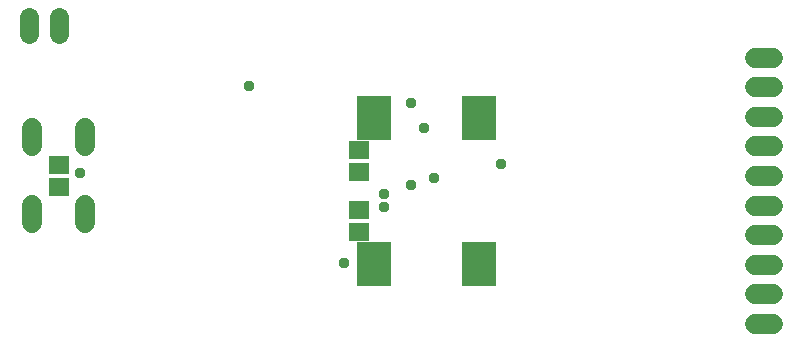
<source format=gbr>
G04 EAGLE Gerber RS-274X export*
G75*
%MOMM*%
%FSLAX34Y34*%
%LPD*%
%INSoldermask Bottom*%
%IPPOS*%
%AMOC8*
5,1,8,0,0,1.08239X$1,22.5*%
G01*
%ADD10R,3.003200X3.703200*%
%ADD11R,1.703200X1.503200*%
%ADD12C,1.625600*%
%ADD13C,1.727200*%
%ADD14C,0.959600*%


D10*
X469900Y481100D03*
X469900Y357100D03*
X558800Y481100D03*
X558800Y357100D03*
D11*
X457200Y384200D03*
X457200Y403200D03*
X457200Y435000D03*
X457200Y454000D03*
D12*
X203200Y551688D02*
X203200Y565912D01*
X177800Y565912D02*
X177800Y551688D01*
D13*
X792480Y481600D02*
X807720Y481600D01*
X807720Y456600D02*
X792480Y456600D01*
X792480Y356600D02*
X807720Y356600D01*
X807720Y431600D02*
X792480Y431600D01*
X792480Y406600D02*
X807720Y406600D01*
X807720Y381600D02*
X792480Y381600D01*
X792480Y331600D02*
X807720Y331600D01*
X807720Y306600D02*
X792480Y306600D01*
X792480Y506600D02*
X807720Y506600D01*
X807720Y531600D02*
X792480Y531600D01*
D11*
X203200Y422300D03*
X203200Y441300D03*
D13*
X180594Y406908D02*
X180594Y391668D01*
X225806Y391668D02*
X225806Y406908D01*
X180594Y456692D02*
X180594Y471932D01*
X225806Y471932D02*
X225806Y456692D01*
D14*
X364236Y507492D03*
X501396Y493776D03*
X577596Y441960D03*
X512064Y472440D03*
X445008Y358140D03*
X478536Y405384D03*
X521208Y429768D03*
X478536Y416052D03*
X220980Y434340D03*
X501396Y423672D03*
M02*

</source>
